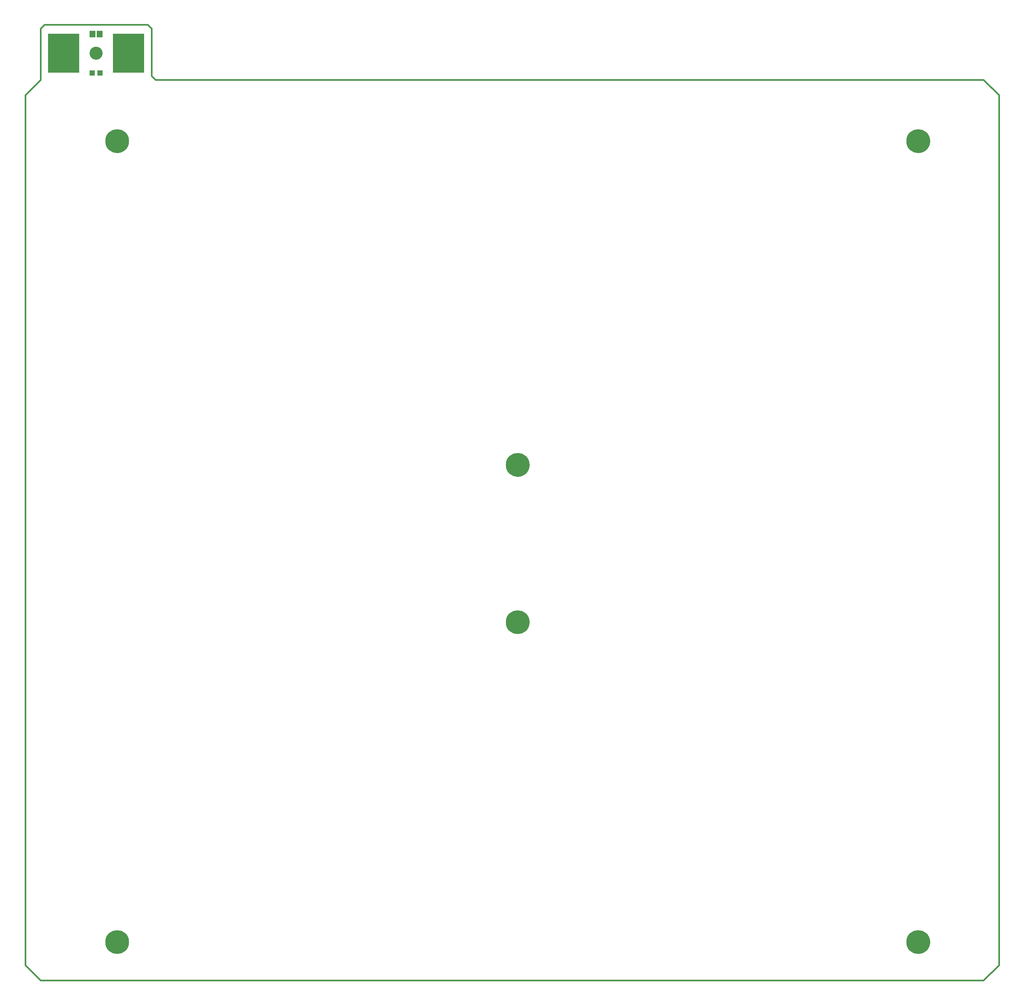
<source format=gts>
G75*
%MOIN*%
%OFA0B0*%
%FSLAX25Y25*%
%IPPOS*%
%LPD*%
%AMOC8*
5,1,8,0,0,1.08239X$1,22.5*
%
%ADD10C,0.00000*%
%ADD11C,0.13398*%
%ADD12C,0.24422*%
%ADD13C,0.01600*%
%ADD14R,0.05524X0.05524*%
%ADD15R,0.32296X0.40170*%
%ADD16R,0.05918X0.07099*%
D10*
X0003934Y0014445D02*
X0019682Y-0001303D01*
X0988186Y-0001303D01*
X1003934Y0014445D01*
X1003934Y0908146D01*
X0988186Y0923894D01*
X0137792Y0923894D01*
X0133855Y0927831D01*
X0133855Y0976650D01*
X0129918Y0980587D01*
X0023619Y0980587D01*
X0019682Y0976650D01*
X0019682Y0923894D01*
X0003934Y0908146D01*
X0003934Y0014445D01*
X0086611Y0038067D02*
X0086615Y0038357D01*
X0086625Y0038647D01*
X0086643Y0038936D01*
X0086668Y0039225D01*
X0086700Y0039513D01*
X0086739Y0039800D01*
X0086785Y0040086D01*
X0086838Y0040371D01*
X0086898Y0040655D01*
X0086965Y0040937D01*
X0087039Y0041217D01*
X0087120Y0041496D01*
X0087207Y0041772D01*
X0087301Y0042046D01*
X0087402Y0042318D01*
X0087510Y0042587D01*
X0087624Y0042853D01*
X0087745Y0043117D01*
X0087872Y0043377D01*
X0088006Y0043635D01*
X0088145Y0043889D01*
X0088291Y0044139D01*
X0088443Y0044386D01*
X0088602Y0044629D01*
X0088766Y0044868D01*
X0088935Y0045103D01*
X0089111Y0045334D01*
X0089292Y0045560D01*
X0089479Y0045782D01*
X0089671Y0045999D01*
X0089868Y0046211D01*
X0090070Y0046419D01*
X0090278Y0046621D01*
X0090490Y0046818D01*
X0090707Y0047010D01*
X0090929Y0047197D01*
X0091155Y0047378D01*
X0091386Y0047554D01*
X0091621Y0047723D01*
X0091860Y0047887D01*
X0092103Y0048046D01*
X0092350Y0048198D01*
X0092600Y0048344D01*
X0092854Y0048483D01*
X0093112Y0048617D01*
X0093372Y0048744D01*
X0093636Y0048865D01*
X0093902Y0048979D01*
X0094171Y0049087D01*
X0094443Y0049188D01*
X0094717Y0049282D01*
X0094993Y0049369D01*
X0095272Y0049450D01*
X0095552Y0049524D01*
X0095834Y0049591D01*
X0096118Y0049651D01*
X0096403Y0049704D01*
X0096689Y0049750D01*
X0096976Y0049789D01*
X0097264Y0049821D01*
X0097553Y0049846D01*
X0097842Y0049864D01*
X0098132Y0049874D01*
X0098422Y0049878D01*
X0098712Y0049874D01*
X0099002Y0049864D01*
X0099291Y0049846D01*
X0099580Y0049821D01*
X0099868Y0049789D01*
X0100155Y0049750D01*
X0100441Y0049704D01*
X0100726Y0049651D01*
X0101010Y0049591D01*
X0101292Y0049524D01*
X0101572Y0049450D01*
X0101851Y0049369D01*
X0102127Y0049282D01*
X0102401Y0049188D01*
X0102673Y0049087D01*
X0102942Y0048979D01*
X0103208Y0048865D01*
X0103472Y0048744D01*
X0103732Y0048617D01*
X0103990Y0048483D01*
X0104244Y0048344D01*
X0104494Y0048198D01*
X0104741Y0048046D01*
X0104984Y0047887D01*
X0105223Y0047723D01*
X0105458Y0047554D01*
X0105689Y0047378D01*
X0105915Y0047197D01*
X0106137Y0047010D01*
X0106354Y0046818D01*
X0106566Y0046621D01*
X0106774Y0046419D01*
X0106976Y0046211D01*
X0107173Y0045999D01*
X0107365Y0045782D01*
X0107552Y0045560D01*
X0107733Y0045334D01*
X0107909Y0045103D01*
X0108078Y0044868D01*
X0108242Y0044629D01*
X0108401Y0044386D01*
X0108553Y0044139D01*
X0108699Y0043889D01*
X0108838Y0043635D01*
X0108972Y0043377D01*
X0109099Y0043117D01*
X0109220Y0042853D01*
X0109334Y0042587D01*
X0109442Y0042318D01*
X0109543Y0042046D01*
X0109637Y0041772D01*
X0109724Y0041496D01*
X0109805Y0041217D01*
X0109879Y0040937D01*
X0109946Y0040655D01*
X0110006Y0040371D01*
X0110059Y0040086D01*
X0110105Y0039800D01*
X0110144Y0039513D01*
X0110176Y0039225D01*
X0110201Y0038936D01*
X0110219Y0038647D01*
X0110229Y0038357D01*
X0110233Y0038067D01*
X0110229Y0037777D01*
X0110219Y0037487D01*
X0110201Y0037198D01*
X0110176Y0036909D01*
X0110144Y0036621D01*
X0110105Y0036334D01*
X0110059Y0036048D01*
X0110006Y0035763D01*
X0109946Y0035479D01*
X0109879Y0035197D01*
X0109805Y0034917D01*
X0109724Y0034638D01*
X0109637Y0034362D01*
X0109543Y0034088D01*
X0109442Y0033816D01*
X0109334Y0033547D01*
X0109220Y0033281D01*
X0109099Y0033017D01*
X0108972Y0032757D01*
X0108838Y0032499D01*
X0108699Y0032245D01*
X0108553Y0031995D01*
X0108401Y0031748D01*
X0108242Y0031505D01*
X0108078Y0031266D01*
X0107909Y0031031D01*
X0107733Y0030800D01*
X0107552Y0030574D01*
X0107365Y0030352D01*
X0107173Y0030135D01*
X0106976Y0029923D01*
X0106774Y0029715D01*
X0106566Y0029513D01*
X0106354Y0029316D01*
X0106137Y0029124D01*
X0105915Y0028937D01*
X0105689Y0028756D01*
X0105458Y0028580D01*
X0105223Y0028411D01*
X0104984Y0028247D01*
X0104741Y0028088D01*
X0104494Y0027936D01*
X0104244Y0027790D01*
X0103990Y0027651D01*
X0103732Y0027517D01*
X0103472Y0027390D01*
X0103208Y0027269D01*
X0102942Y0027155D01*
X0102673Y0027047D01*
X0102401Y0026946D01*
X0102127Y0026852D01*
X0101851Y0026765D01*
X0101572Y0026684D01*
X0101292Y0026610D01*
X0101010Y0026543D01*
X0100726Y0026483D01*
X0100441Y0026430D01*
X0100155Y0026384D01*
X0099868Y0026345D01*
X0099580Y0026313D01*
X0099291Y0026288D01*
X0099002Y0026270D01*
X0098712Y0026260D01*
X0098422Y0026256D01*
X0098132Y0026260D01*
X0097842Y0026270D01*
X0097553Y0026288D01*
X0097264Y0026313D01*
X0096976Y0026345D01*
X0096689Y0026384D01*
X0096403Y0026430D01*
X0096118Y0026483D01*
X0095834Y0026543D01*
X0095552Y0026610D01*
X0095272Y0026684D01*
X0094993Y0026765D01*
X0094717Y0026852D01*
X0094443Y0026946D01*
X0094171Y0027047D01*
X0093902Y0027155D01*
X0093636Y0027269D01*
X0093372Y0027390D01*
X0093112Y0027517D01*
X0092854Y0027651D01*
X0092600Y0027790D01*
X0092350Y0027936D01*
X0092103Y0028088D01*
X0091860Y0028247D01*
X0091621Y0028411D01*
X0091386Y0028580D01*
X0091155Y0028756D01*
X0090929Y0028937D01*
X0090707Y0029124D01*
X0090490Y0029316D01*
X0090278Y0029513D01*
X0090070Y0029715D01*
X0089868Y0029923D01*
X0089671Y0030135D01*
X0089479Y0030352D01*
X0089292Y0030574D01*
X0089111Y0030800D01*
X0088935Y0031031D01*
X0088766Y0031266D01*
X0088602Y0031505D01*
X0088443Y0031748D01*
X0088291Y0031995D01*
X0088145Y0032245D01*
X0088006Y0032499D01*
X0087872Y0032757D01*
X0087745Y0033017D01*
X0087624Y0033281D01*
X0087510Y0033547D01*
X0087402Y0033816D01*
X0087301Y0034088D01*
X0087207Y0034362D01*
X0087120Y0034638D01*
X0087039Y0034917D01*
X0086965Y0035197D01*
X0086898Y0035479D01*
X0086838Y0035763D01*
X0086785Y0036048D01*
X0086739Y0036334D01*
X0086700Y0036621D01*
X0086668Y0036909D01*
X0086643Y0037198D01*
X0086625Y0037487D01*
X0086615Y0037777D01*
X0086611Y0038067D01*
X0092123Y0038067D02*
X0092125Y0038225D01*
X0092131Y0038383D01*
X0092141Y0038541D01*
X0092155Y0038699D01*
X0092173Y0038856D01*
X0092194Y0039013D01*
X0092220Y0039169D01*
X0092250Y0039325D01*
X0092283Y0039480D01*
X0092321Y0039633D01*
X0092362Y0039786D01*
X0092407Y0039938D01*
X0092456Y0040089D01*
X0092509Y0040238D01*
X0092565Y0040386D01*
X0092625Y0040532D01*
X0092689Y0040677D01*
X0092757Y0040820D01*
X0092828Y0040962D01*
X0092902Y0041102D01*
X0092980Y0041239D01*
X0093062Y0041375D01*
X0093146Y0041509D01*
X0093235Y0041640D01*
X0093326Y0041769D01*
X0093421Y0041896D01*
X0093518Y0042021D01*
X0093619Y0042143D01*
X0093723Y0042262D01*
X0093830Y0042379D01*
X0093940Y0042493D01*
X0094053Y0042604D01*
X0094168Y0042713D01*
X0094286Y0042818D01*
X0094407Y0042920D01*
X0094530Y0043020D01*
X0094656Y0043116D01*
X0094784Y0043209D01*
X0094914Y0043299D01*
X0095047Y0043385D01*
X0095182Y0043469D01*
X0095318Y0043548D01*
X0095457Y0043625D01*
X0095598Y0043697D01*
X0095740Y0043767D01*
X0095884Y0043832D01*
X0096030Y0043894D01*
X0096177Y0043952D01*
X0096326Y0044007D01*
X0096476Y0044058D01*
X0096627Y0044105D01*
X0096779Y0044148D01*
X0096932Y0044187D01*
X0097087Y0044223D01*
X0097242Y0044254D01*
X0097398Y0044282D01*
X0097554Y0044306D01*
X0097711Y0044326D01*
X0097869Y0044342D01*
X0098026Y0044354D01*
X0098185Y0044362D01*
X0098343Y0044366D01*
X0098501Y0044366D01*
X0098659Y0044362D01*
X0098818Y0044354D01*
X0098975Y0044342D01*
X0099133Y0044326D01*
X0099290Y0044306D01*
X0099446Y0044282D01*
X0099602Y0044254D01*
X0099757Y0044223D01*
X0099912Y0044187D01*
X0100065Y0044148D01*
X0100217Y0044105D01*
X0100368Y0044058D01*
X0100518Y0044007D01*
X0100667Y0043952D01*
X0100814Y0043894D01*
X0100960Y0043832D01*
X0101104Y0043767D01*
X0101246Y0043697D01*
X0101387Y0043625D01*
X0101526Y0043548D01*
X0101662Y0043469D01*
X0101797Y0043385D01*
X0101930Y0043299D01*
X0102060Y0043209D01*
X0102188Y0043116D01*
X0102314Y0043020D01*
X0102437Y0042920D01*
X0102558Y0042818D01*
X0102676Y0042713D01*
X0102791Y0042604D01*
X0102904Y0042493D01*
X0103014Y0042379D01*
X0103121Y0042262D01*
X0103225Y0042143D01*
X0103326Y0042021D01*
X0103423Y0041896D01*
X0103518Y0041769D01*
X0103609Y0041640D01*
X0103698Y0041509D01*
X0103782Y0041375D01*
X0103864Y0041239D01*
X0103942Y0041102D01*
X0104016Y0040962D01*
X0104087Y0040820D01*
X0104155Y0040677D01*
X0104219Y0040532D01*
X0104279Y0040386D01*
X0104335Y0040238D01*
X0104388Y0040089D01*
X0104437Y0039938D01*
X0104482Y0039786D01*
X0104523Y0039633D01*
X0104561Y0039480D01*
X0104594Y0039325D01*
X0104624Y0039169D01*
X0104650Y0039013D01*
X0104671Y0038856D01*
X0104689Y0038699D01*
X0104703Y0038541D01*
X0104713Y0038383D01*
X0104719Y0038225D01*
X0104721Y0038067D01*
X0104719Y0037909D01*
X0104713Y0037751D01*
X0104703Y0037593D01*
X0104689Y0037435D01*
X0104671Y0037278D01*
X0104650Y0037121D01*
X0104624Y0036965D01*
X0104594Y0036809D01*
X0104561Y0036654D01*
X0104523Y0036501D01*
X0104482Y0036348D01*
X0104437Y0036196D01*
X0104388Y0036045D01*
X0104335Y0035896D01*
X0104279Y0035748D01*
X0104219Y0035602D01*
X0104155Y0035457D01*
X0104087Y0035314D01*
X0104016Y0035172D01*
X0103942Y0035032D01*
X0103864Y0034895D01*
X0103782Y0034759D01*
X0103698Y0034625D01*
X0103609Y0034494D01*
X0103518Y0034365D01*
X0103423Y0034238D01*
X0103326Y0034113D01*
X0103225Y0033991D01*
X0103121Y0033872D01*
X0103014Y0033755D01*
X0102904Y0033641D01*
X0102791Y0033530D01*
X0102676Y0033421D01*
X0102558Y0033316D01*
X0102437Y0033214D01*
X0102314Y0033114D01*
X0102188Y0033018D01*
X0102060Y0032925D01*
X0101930Y0032835D01*
X0101797Y0032749D01*
X0101662Y0032665D01*
X0101526Y0032586D01*
X0101387Y0032509D01*
X0101246Y0032437D01*
X0101104Y0032367D01*
X0100960Y0032302D01*
X0100814Y0032240D01*
X0100667Y0032182D01*
X0100518Y0032127D01*
X0100368Y0032076D01*
X0100217Y0032029D01*
X0100065Y0031986D01*
X0099912Y0031947D01*
X0099757Y0031911D01*
X0099602Y0031880D01*
X0099446Y0031852D01*
X0099290Y0031828D01*
X0099133Y0031808D01*
X0098975Y0031792D01*
X0098818Y0031780D01*
X0098659Y0031772D01*
X0098501Y0031768D01*
X0098343Y0031768D01*
X0098185Y0031772D01*
X0098026Y0031780D01*
X0097869Y0031792D01*
X0097711Y0031808D01*
X0097554Y0031828D01*
X0097398Y0031852D01*
X0097242Y0031880D01*
X0097087Y0031911D01*
X0096932Y0031947D01*
X0096779Y0031986D01*
X0096627Y0032029D01*
X0096476Y0032076D01*
X0096326Y0032127D01*
X0096177Y0032182D01*
X0096030Y0032240D01*
X0095884Y0032302D01*
X0095740Y0032367D01*
X0095598Y0032437D01*
X0095457Y0032509D01*
X0095318Y0032586D01*
X0095182Y0032665D01*
X0095047Y0032749D01*
X0094914Y0032835D01*
X0094784Y0032925D01*
X0094656Y0033018D01*
X0094530Y0033114D01*
X0094407Y0033214D01*
X0094286Y0033316D01*
X0094168Y0033421D01*
X0094053Y0033530D01*
X0093940Y0033641D01*
X0093830Y0033755D01*
X0093723Y0033872D01*
X0093619Y0033991D01*
X0093518Y0034113D01*
X0093421Y0034238D01*
X0093326Y0034365D01*
X0093235Y0034494D01*
X0093146Y0034625D01*
X0093062Y0034759D01*
X0092980Y0034895D01*
X0092902Y0035032D01*
X0092828Y0035172D01*
X0092757Y0035314D01*
X0092689Y0035457D01*
X0092625Y0035602D01*
X0092565Y0035748D01*
X0092509Y0035896D01*
X0092456Y0036045D01*
X0092407Y0036196D01*
X0092362Y0036348D01*
X0092321Y0036501D01*
X0092283Y0036654D01*
X0092250Y0036809D01*
X0092220Y0036965D01*
X0092194Y0037121D01*
X0092173Y0037278D01*
X0092155Y0037435D01*
X0092141Y0037593D01*
X0092131Y0037751D01*
X0092125Y0037909D01*
X0092123Y0038067D01*
X0498028Y0366807D02*
X0498032Y0367097D01*
X0498042Y0367387D01*
X0498060Y0367676D01*
X0498085Y0367965D01*
X0498117Y0368253D01*
X0498156Y0368540D01*
X0498202Y0368826D01*
X0498255Y0369111D01*
X0498315Y0369395D01*
X0498382Y0369677D01*
X0498456Y0369957D01*
X0498537Y0370236D01*
X0498624Y0370512D01*
X0498718Y0370786D01*
X0498819Y0371058D01*
X0498927Y0371327D01*
X0499041Y0371593D01*
X0499162Y0371857D01*
X0499289Y0372117D01*
X0499423Y0372375D01*
X0499562Y0372629D01*
X0499708Y0372879D01*
X0499860Y0373126D01*
X0500019Y0373369D01*
X0500183Y0373608D01*
X0500352Y0373843D01*
X0500528Y0374074D01*
X0500709Y0374300D01*
X0500896Y0374522D01*
X0501088Y0374739D01*
X0501285Y0374951D01*
X0501487Y0375159D01*
X0501695Y0375361D01*
X0501907Y0375558D01*
X0502124Y0375750D01*
X0502346Y0375937D01*
X0502572Y0376118D01*
X0502803Y0376294D01*
X0503038Y0376463D01*
X0503277Y0376627D01*
X0503520Y0376786D01*
X0503767Y0376938D01*
X0504017Y0377084D01*
X0504271Y0377223D01*
X0504529Y0377357D01*
X0504789Y0377484D01*
X0505053Y0377605D01*
X0505319Y0377719D01*
X0505588Y0377827D01*
X0505860Y0377928D01*
X0506134Y0378022D01*
X0506410Y0378109D01*
X0506689Y0378190D01*
X0506969Y0378264D01*
X0507251Y0378331D01*
X0507535Y0378391D01*
X0507820Y0378444D01*
X0508106Y0378490D01*
X0508393Y0378529D01*
X0508681Y0378561D01*
X0508970Y0378586D01*
X0509259Y0378604D01*
X0509549Y0378614D01*
X0509839Y0378618D01*
X0510129Y0378614D01*
X0510419Y0378604D01*
X0510708Y0378586D01*
X0510997Y0378561D01*
X0511285Y0378529D01*
X0511572Y0378490D01*
X0511858Y0378444D01*
X0512143Y0378391D01*
X0512427Y0378331D01*
X0512709Y0378264D01*
X0512989Y0378190D01*
X0513268Y0378109D01*
X0513544Y0378022D01*
X0513818Y0377928D01*
X0514090Y0377827D01*
X0514359Y0377719D01*
X0514625Y0377605D01*
X0514889Y0377484D01*
X0515149Y0377357D01*
X0515407Y0377223D01*
X0515661Y0377084D01*
X0515911Y0376938D01*
X0516158Y0376786D01*
X0516401Y0376627D01*
X0516640Y0376463D01*
X0516875Y0376294D01*
X0517106Y0376118D01*
X0517332Y0375937D01*
X0517554Y0375750D01*
X0517771Y0375558D01*
X0517983Y0375361D01*
X0518191Y0375159D01*
X0518393Y0374951D01*
X0518590Y0374739D01*
X0518782Y0374522D01*
X0518969Y0374300D01*
X0519150Y0374074D01*
X0519326Y0373843D01*
X0519495Y0373608D01*
X0519659Y0373369D01*
X0519818Y0373126D01*
X0519970Y0372879D01*
X0520116Y0372629D01*
X0520255Y0372375D01*
X0520389Y0372117D01*
X0520516Y0371857D01*
X0520637Y0371593D01*
X0520751Y0371327D01*
X0520859Y0371058D01*
X0520960Y0370786D01*
X0521054Y0370512D01*
X0521141Y0370236D01*
X0521222Y0369957D01*
X0521296Y0369677D01*
X0521363Y0369395D01*
X0521423Y0369111D01*
X0521476Y0368826D01*
X0521522Y0368540D01*
X0521561Y0368253D01*
X0521593Y0367965D01*
X0521618Y0367676D01*
X0521636Y0367387D01*
X0521646Y0367097D01*
X0521650Y0366807D01*
X0521646Y0366517D01*
X0521636Y0366227D01*
X0521618Y0365938D01*
X0521593Y0365649D01*
X0521561Y0365361D01*
X0521522Y0365074D01*
X0521476Y0364788D01*
X0521423Y0364503D01*
X0521363Y0364219D01*
X0521296Y0363937D01*
X0521222Y0363657D01*
X0521141Y0363378D01*
X0521054Y0363102D01*
X0520960Y0362828D01*
X0520859Y0362556D01*
X0520751Y0362287D01*
X0520637Y0362021D01*
X0520516Y0361757D01*
X0520389Y0361497D01*
X0520255Y0361239D01*
X0520116Y0360985D01*
X0519970Y0360735D01*
X0519818Y0360488D01*
X0519659Y0360245D01*
X0519495Y0360006D01*
X0519326Y0359771D01*
X0519150Y0359540D01*
X0518969Y0359314D01*
X0518782Y0359092D01*
X0518590Y0358875D01*
X0518393Y0358663D01*
X0518191Y0358455D01*
X0517983Y0358253D01*
X0517771Y0358056D01*
X0517554Y0357864D01*
X0517332Y0357677D01*
X0517106Y0357496D01*
X0516875Y0357320D01*
X0516640Y0357151D01*
X0516401Y0356987D01*
X0516158Y0356828D01*
X0515911Y0356676D01*
X0515661Y0356530D01*
X0515407Y0356391D01*
X0515149Y0356257D01*
X0514889Y0356130D01*
X0514625Y0356009D01*
X0514359Y0355895D01*
X0514090Y0355787D01*
X0513818Y0355686D01*
X0513544Y0355592D01*
X0513268Y0355505D01*
X0512989Y0355424D01*
X0512709Y0355350D01*
X0512427Y0355283D01*
X0512143Y0355223D01*
X0511858Y0355170D01*
X0511572Y0355124D01*
X0511285Y0355085D01*
X0510997Y0355053D01*
X0510708Y0355028D01*
X0510419Y0355010D01*
X0510129Y0355000D01*
X0509839Y0354996D01*
X0509549Y0355000D01*
X0509259Y0355010D01*
X0508970Y0355028D01*
X0508681Y0355053D01*
X0508393Y0355085D01*
X0508106Y0355124D01*
X0507820Y0355170D01*
X0507535Y0355223D01*
X0507251Y0355283D01*
X0506969Y0355350D01*
X0506689Y0355424D01*
X0506410Y0355505D01*
X0506134Y0355592D01*
X0505860Y0355686D01*
X0505588Y0355787D01*
X0505319Y0355895D01*
X0505053Y0356009D01*
X0504789Y0356130D01*
X0504529Y0356257D01*
X0504271Y0356391D01*
X0504017Y0356530D01*
X0503767Y0356676D01*
X0503520Y0356828D01*
X0503277Y0356987D01*
X0503038Y0357151D01*
X0502803Y0357320D01*
X0502572Y0357496D01*
X0502346Y0357677D01*
X0502124Y0357864D01*
X0501907Y0358056D01*
X0501695Y0358253D01*
X0501487Y0358455D01*
X0501285Y0358663D01*
X0501088Y0358875D01*
X0500896Y0359092D01*
X0500709Y0359314D01*
X0500528Y0359540D01*
X0500352Y0359771D01*
X0500183Y0360006D01*
X0500019Y0360245D01*
X0499860Y0360488D01*
X0499708Y0360735D01*
X0499562Y0360985D01*
X0499423Y0361239D01*
X0499289Y0361497D01*
X0499162Y0361757D01*
X0499041Y0362021D01*
X0498927Y0362287D01*
X0498819Y0362556D01*
X0498718Y0362828D01*
X0498624Y0363102D01*
X0498537Y0363378D01*
X0498456Y0363657D01*
X0498382Y0363937D01*
X0498315Y0364219D01*
X0498255Y0364503D01*
X0498202Y0364788D01*
X0498156Y0365074D01*
X0498117Y0365361D01*
X0498085Y0365649D01*
X0498060Y0365938D01*
X0498042Y0366227D01*
X0498032Y0366517D01*
X0498028Y0366807D01*
X0498028Y0528224D02*
X0498032Y0528514D01*
X0498042Y0528804D01*
X0498060Y0529093D01*
X0498085Y0529382D01*
X0498117Y0529670D01*
X0498156Y0529957D01*
X0498202Y0530243D01*
X0498255Y0530528D01*
X0498315Y0530812D01*
X0498382Y0531094D01*
X0498456Y0531374D01*
X0498537Y0531653D01*
X0498624Y0531929D01*
X0498718Y0532203D01*
X0498819Y0532475D01*
X0498927Y0532744D01*
X0499041Y0533010D01*
X0499162Y0533274D01*
X0499289Y0533534D01*
X0499423Y0533792D01*
X0499562Y0534046D01*
X0499708Y0534296D01*
X0499860Y0534543D01*
X0500019Y0534786D01*
X0500183Y0535025D01*
X0500352Y0535260D01*
X0500528Y0535491D01*
X0500709Y0535717D01*
X0500896Y0535939D01*
X0501088Y0536156D01*
X0501285Y0536368D01*
X0501487Y0536576D01*
X0501695Y0536778D01*
X0501907Y0536975D01*
X0502124Y0537167D01*
X0502346Y0537354D01*
X0502572Y0537535D01*
X0502803Y0537711D01*
X0503038Y0537880D01*
X0503277Y0538044D01*
X0503520Y0538203D01*
X0503767Y0538355D01*
X0504017Y0538501D01*
X0504271Y0538640D01*
X0504529Y0538774D01*
X0504789Y0538901D01*
X0505053Y0539022D01*
X0505319Y0539136D01*
X0505588Y0539244D01*
X0505860Y0539345D01*
X0506134Y0539439D01*
X0506410Y0539526D01*
X0506689Y0539607D01*
X0506969Y0539681D01*
X0507251Y0539748D01*
X0507535Y0539808D01*
X0507820Y0539861D01*
X0508106Y0539907D01*
X0508393Y0539946D01*
X0508681Y0539978D01*
X0508970Y0540003D01*
X0509259Y0540021D01*
X0509549Y0540031D01*
X0509839Y0540035D01*
X0510129Y0540031D01*
X0510419Y0540021D01*
X0510708Y0540003D01*
X0510997Y0539978D01*
X0511285Y0539946D01*
X0511572Y0539907D01*
X0511858Y0539861D01*
X0512143Y0539808D01*
X0512427Y0539748D01*
X0512709Y0539681D01*
X0512989Y0539607D01*
X0513268Y0539526D01*
X0513544Y0539439D01*
X0513818Y0539345D01*
X0514090Y0539244D01*
X0514359Y0539136D01*
X0514625Y0539022D01*
X0514889Y0538901D01*
X0515149Y0538774D01*
X0515407Y0538640D01*
X0515661Y0538501D01*
X0515911Y0538355D01*
X0516158Y0538203D01*
X0516401Y0538044D01*
X0516640Y0537880D01*
X0516875Y0537711D01*
X0517106Y0537535D01*
X0517332Y0537354D01*
X0517554Y0537167D01*
X0517771Y0536975D01*
X0517983Y0536778D01*
X0518191Y0536576D01*
X0518393Y0536368D01*
X0518590Y0536156D01*
X0518782Y0535939D01*
X0518969Y0535717D01*
X0519150Y0535491D01*
X0519326Y0535260D01*
X0519495Y0535025D01*
X0519659Y0534786D01*
X0519818Y0534543D01*
X0519970Y0534296D01*
X0520116Y0534046D01*
X0520255Y0533792D01*
X0520389Y0533534D01*
X0520516Y0533274D01*
X0520637Y0533010D01*
X0520751Y0532744D01*
X0520859Y0532475D01*
X0520960Y0532203D01*
X0521054Y0531929D01*
X0521141Y0531653D01*
X0521222Y0531374D01*
X0521296Y0531094D01*
X0521363Y0530812D01*
X0521423Y0530528D01*
X0521476Y0530243D01*
X0521522Y0529957D01*
X0521561Y0529670D01*
X0521593Y0529382D01*
X0521618Y0529093D01*
X0521636Y0528804D01*
X0521646Y0528514D01*
X0521650Y0528224D01*
X0521646Y0527934D01*
X0521636Y0527644D01*
X0521618Y0527355D01*
X0521593Y0527066D01*
X0521561Y0526778D01*
X0521522Y0526491D01*
X0521476Y0526205D01*
X0521423Y0525920D01*
X0521363Y0525636D01*
X0521296Y0525354D01*
X0521222Y0525074D01*
X0521141Y0524795D01*
X0521054Y0524519D01*
X0520960Y0524245D01*
X0520859Y0523973D01*
X0520751Y0523704D01*
X0520637Y0523438D01*
X0520516Y0523174D01*
X0520389Y0522914D01*
X0520255Y0522656D01*
X0520116Y0522402D01*
X0519970Y0522152D01*
X0519818Y0521905D01*
X0519659Y0521662D01*
X0519495Y0521423D01*
X0519326Y0521188D01*
X0519150Y0520957D01*
X0518969Y0520731D01*
X0518782Y0520509D01*
X0518590Y0520292D01*
X0518393Y0520080D01*
X0518191Y0519872D01*
X0517983Y0519670D01*
X0517771Y0519473D01*
X0517554Y0519281D01*
X0517332Y0519094D01*
X0517106Y0518913D01*
X0516875Y0518737D01*
X0516640Y0518568D01*
X0516401Y0518404D01*
X0516158Y0518245D01*
X0515911Y0518093D01*
X0515661Y0517947D01*
X0515407Y0517808D01*
X0515149Y0517674D01*
X0514889Y0517547D01*
X0514625Y0517426D01*
X0514359Y0517312D01*
X0514090Y0517204D01*
X0513818Y0517103D01*
X0513544Y0517009D01*
X0513268Y0516922D01*
X0512989Y0516841D01*
X0512709Y0516767D01*
X0512427Y0516700D01*
X0512143Y0516640D01*
X0511858Y0516587D01*
X0511572Y0516541D01*
X0511285Y0516502D01*
X0510997Y0516470D01*
X0510708Y0516445D01*
X0510419Y0516427D01*
X0510129Y0516417D01*
X0509839Y0516413D01*
X0509549Y0516417D01*
X0509259Y0516427D01*
X0508970Y0516445D01*
X0508681Y0516470D01*
X0508393Y0516502D01*
X0508106Y0516541D01*
X0507820Y0516587D01*
X0507535Y0516640D01*
X0507251Y0516700D01*
X0506969Y0516767D01*
X0506689Y0516841D01*
X0506410Y0516922D01*
X0506134Y0517009D01*
X0505860Y0517103D01*
X0505588Y0517204D01*
X0505319Y0517312D01*
X0505053Y0517426D01*
X0504789Y0517547D01*
X0504529Y0517674D01*
X0504271Y0517808D01*
X0504017Y0517947D01*
X0503767Y0518093D01*
X0503520Y0518245D01*
X0503277Y0518404D01*
X0503038Y0518568D01*
X0502803Y0518737D01*
X0502572Y0518913D01*
X0502346Y0519094D01*
X0502124Y0519281D01*
X0501907Y0519473D01*
X0501695Y0519670D01*
X0501487Y0519872D01*
X0501285Y0520080D01*
X0501088Y0520292D01*
X0500896Y0520509D01*
X0500709Y0520731D01*
X0500528Y0520957D01*
X0500352Y0521188D01*
X0500183Y0521423D01*
X0500019Y0521662D01*
X0499860Y0521905D01*
X0499708Y0522152D01*
X0499562Y0522402D01*
X0499423Y0522656D01*
X0499289Y0522914D01*
X0499162Y0523174D01*
X0499041Y0523438D01*
X0498927Y0523704D01*
X0498819Y0523973D01*
X0498718Y0524245D01*
X0498624Y0524519D01*
X0498537Y0524795D01*
X0498456Y0525074D01*
X0498382Y0525354D01*
X0498315Y0525636D01*
X0498255Y0525920D01*
X0498202Y0526205D01*
X0498156Y0526491D01*
X0498117Y0526778D01*
X0498085Y0527066D01*
X0498060Y0527355D01*
X0498042Y0527644D01*
X0498032Y0527934D01*
X0498028Y0528224D01*
X0086611Y0860902D02*
X0086615Y0861192D01*
X0086625Y0861482D01*
X0086643Y0861771D01*
X0086668Y0862060D01*
X0086700Y0862348D01*
X0086739Y0862635D01*
X0086785Y0862921D01*
X0086838Y0863206D01*
X0086898Y0863490D01*
X0086965Y0863772D01*
X0087039Y0864052D01*
X0087120Y0864331D01*
X0087207Y0864607D01*
X0087301Y0864881D01*
X0087402Y0865153D01*
X0087510Y0865422D01*
X0087624Y0865688D01*
X0087745Y0865952D01*
X0087872Y0866212D01*
X0088006Y0866470D01*
X0088145Y0866724D01*
X0088291Y0866974D01*
X0088443Y0867221D01*
X0088602Y0867464D01*
X0088766Y0867703D01*
X0088935Y0867938D01*
X0089111Y0868169D01*
X0089292Y0868395D01*
X0089479Y0868617D01*
X0089671Y0868834D01*
X0089868Y0869046D01*
X0090070Y0869254D01*
X0090278Y0869456D01*
X0090490Y0869653D01*
X0090707Y0869845D01*
X0090929Y0870032D01*
X0091155Y0870213D01*
X0091386Y0870389D01*
X0091621Y0870558D01*
X0091860Y0870722D01*
X0092103Y0870881D01*
X0092350Y0871033D01*
X0092600Y0871179D01*
X0092854Y0871318D01*
X0093112Y0871452D01*
X0093372Y0871579D01*
X0093636Y0871700D01*
X0093902Y0871814D01*
X0094171Y0871922D01*
X0094443Y0872023D01*
X0094717Y0872117D01*
X0094993Y0872204D01*
X0095272Y0872285D01*
X0095552Y0872359D01*
X0095834Y0872426D01*
X0096118Y0872486D01*
X0096403Y0872539D01*
X0096689Y0872585D01*
X0096976Y0872624D01*
X0097264Y0872656D01*
X0097553Y0872681D01*
X0097842Y0872699D01*
X0098132Y0872709D01*
X0098422Y0872713D01*
X0098712Y0872709D01*
X0099002Y0872699D01*
X0099291Y0872681D01*
X0099580Y0872656D01*
X0099868Y0872624D01*
X0100155Y0872585D01*
X0100441Y0872539D01*
X0100726Y0872486D01*
X0101010Y0872426D01*
X0101292Y0872359D01*
X0101572Y0872285D01*
X0101851Y0872204D01*
X0102127Y0872117D01*
X0102401Y0872023D01*
X0102673Y0871922D01*
X0102942Y0871814D01*
X0103208Y0871700D01*
X0103472Y0871579D01*
X0103732Y0871452D01*
X0103990Y0871318D01*
X0104244Y0871179D01*
X0104494Y0871033D01*
X0104741Y0870881D01*
X0104984Y0870722D01*
X0105223Y0870558D01*
X0105458Y0870389D01*
X0105689Y0870213D01*
X0105915Y0870032D01*
X0106137Y0869845D01*
X0106354Y0869653D01*
X0106566Y0869456D01*
X0106774Y0869254D01*
X0106976Y0869046D01*
X0107173Y0868834D01*
X0107365Y0868617D01*
X0107552Y0868395D01*
X0107733Y0868169D01*
X0107909Y0867938D01*
X0108078Y0867703D01*
X0108242Y0867464D01*
X0108401Y0867221D01*
X0108553Y0866974D01*
X0108699Y0866724D01*
X0108838Y0866470D01*
X0108972Y0866212D01*
X0109099Y0865952D01*
X0109220Y0865688D01*
X0109334Y0865422D01*
X0109442Y0865153D01*
X0109543Y0864881D01*
X0109637Y0864607D01*
X0109724Y0864331D01*
X0109805Y0864052D01*
X0109879Y0863772D01*
X0109946Y0863490D01*
X0110006Y0863206D01*
X0110059Y0862921D01*
X0110105Y0862635D01*
X0110144Y0862348D01*
X0110176Y0862060D01*
X0110201Y0861771D01*
X0110219Y0861482D01*
X0110229Y0861192D01*
X0110233Y0860902D01*
X0110229Y0860612D01*
X0110219Y0860322D01*
X0110201Y0860033D01*
X0110176Y0859744D01*
X0110144Y0859456D01*
X0110105Y0859169D01*
X0110059Y0858883D01*
X0110006Y0858598D01*
X0109946Y0858314D01*
X0109879Y0858032D01*
X0109805Y0857752D01*
X0109724Y0857473D01*
X0109637Y0857197D01*
X0109543Y0856923D01*
X0109442Y0856651D01*
X0109334Y0856382D01*
X0109220Y0856116D01*
X0109099Y0855852D01*
X0108972Y0855592D01*
X0108838Y0855334D01*
X0108699Y0855080D01*
X0108553Y0854830D01*
X0108401Y0854583D01*
X0108242Y0854340D01*
X0108078Y0854101D01*
X0107909Y0853866D01*
X0107733Y0853635D01*
X0107552Y0853409D01*
X0107365Y0853187D01*
X0107173Y0852970D01*
X0106976Y0852758D01*
X0106774Y0852550D01*
X0106566Y0852348D01*
X0106354Y0852151D01*
X0106137Y0851959D01*
X0105915Y0851772D01*
X0105689Y0851591D01*
X0105458Y0851415D01*
X0105223Y0851246D01*
X0104984Y0851082D01*
X0104741Y0850923D01*
X0104494Y0850771D01*
X0104244Y0850625D01*
X0103990Y0850486D01*
X0103732Y0850352D01*
X0103472Y0850225D01*
X0103208Y0850104D01*
X0102942Y0849990D01*
X0102673Y0849882D01*
X0102401Y0849781D01*
X0102127Y0849687D01*
X0101851Y0849600D01*
X0101572Y0849519D01*
X0101292Y0849445D01*
X0101010Y0849378D01*
X0100726Y0849318D01*
X0100441Y0849265D01*
X0100155Y0849219D01*
X0099868Y0849180D01*
X0099580Y0849148D01*
X0099291Y0849123D01*
X0099002Y0849105D01*
X0098712Y0849095D01*
X0098422Y0849091D01*
X0098132Y0849095D01*
X0097842Y0849105D01*
X0097553Y0849123D01*
X0097264Y0849148D01*
X0096976Y0849180D01*
X0096689Y0849219D01*
X0096403Y0849265D01*
X0096118Y0849318D01*
X0095834Y0849378D01*
X0095552Y0849445D01*
X0095272Y0849519D01*
X0094993Y0849600D01*
X0094717Y0849687D01*
X0094443Y0849781D01*
X0094171Y0849882D01*
X0093902Y0849990D01*
X0093636Y0850104D01*
X0093372Y0850225D01*
X0093112Y0850352D01*
X0092854Y0850486D01*
X0092600Y0850625D01*
X0092350Y0850771D01*
X0092103Y0850923D01*
X0091860Y0851082D01*
X0091621Y0851246D01*
X0091386Y0851415D01*
X0091155Y0851591D01*
X0090929Y0851772D01*
X0090707Y0851959D01*
X0090490Y0852151D01*
X0090278Y0852348D01*
X0090070Y0852550D01*
X0089868Y0852758D01*
X0089671Y0852970D01*
X0089479Y0853187D01*
X0089292Y0853409D01*
X0089111Y0853635D01*
X0088935Y0853866D01*
X0088766Y0854101D01*
X0088602Y0854340D01*
X0088443Y0854583D01*
X0088291Y0854830D01*
X0088145Y0855080D01*
X0088006Y0855334D01*
X0087872Y0855592D01*
X0087745Y0855852D01*
X0087624Y0856116D01*
X0087510Y0856382D01*
X0087402Y0856651D01*
X0087301Y0856923D01*
X0087207Y0857197D01*
X0087120Y0857473D01*
X0087039Y0857752D01*
X0086965Y0858032D01*
X0086898Y0858314D01*
X0086838Y0858598D01*
X0086785Y0858883D01*
X0086739Y0859169D01*
X0086700Y0859456D01*
X0086668Y0859744D01*
X0086643Y0860033D01*
X0086625Y0860322D01*
X0086615Y0860612D01*
X0086611Y0860902D01*
X0092123Y0860902D02*
X0092125Y0861060D01*
X0092131Y0861218D01*
X0092141Y0861376D01*
X0092155Y0861534D01*
X0092173Y0861691D01*
X0092194Y0861848D01*
X0092220Y0862004D01*
X0092250Y0862160D01*
X0092283Y0862315D01*
X0092321Y0862468D01*
X0092362Y0862621D01*
X0092407Y0862773D01*
X0092456Y0862924D01*
X0092509Y0863073D01*
X0092565Y0863221D01*
X0092625Y0863367D01*
X0092689Y0863512D01*
X0092757Y0863655D01*
X0092828Y0863797D01*
X0092902Y0863937D01*
X0092980Y0864074D01*
X0093062Y0864210D01*
X0093146Y0864344D01*
X0093235Y0864475D01*
X0093326Y0864604D01*
X0093421Y0864731D01*
X0093518Y0864856D01*
X0093619Y0864978D01*
X0093723Y0865097D01*
X0093830Y0865214D01*
X0093940Y0865328D01*
X0094053Y0865439D01*
X0094168Y0865548D01*
X0094286Y0865653D01*
X0094407Y0865755D01*
X0094530Y0865855D01*
X0094656Y0865951D01*
X0094784Y0866044D01*
X0094914Y0866134D01*
X0095047Y0866220D01*
X0095182Y0866304D01*
X0095318Y0866383D01*
X0095457Y0866460D01*
X0095598Y0866532D01*
X0095740Y0866602D01*
X0095884Y0866667D01*
X0096030Y0866729D01*
X0096177Y0866787D01*
X0096326Y0866842D01*
X0096476Y0866893D01*
X0096627Y0866940D01*
X0096779Y0866983D01*
X0096932Y0867022D01*
X0097087Y0867058D01*
X0097242Y0867089D01*
X0097398Y0867117D01*
X0097554Y0867141D01*
X0097711Y0867161D01*
X0097869Y0867177D01*
X0098026Y0867189D01*
X0098185Y0867197D01*
X0098343Y0867201D01*
X0098501Y0867201D01*
X0098659Y0867197D01*
X0098818Y0867189D01*
X0098975Y0867177D01*
X0099133Y0867161D01*
X0099290Y0867141D01*
X0099446Y0867117D01*
X0099602Y0867089D01*
X0099757Y0867058D01*
X0099912Y0867022D01*
X0100065Y0866983D01*
X0100217Y0866940D01*
X0100368Y0866893D01*
X0100518Y0866842D01*
X0100667Y0866787D01*
X0100814Y0866729D01*
X0100960Y0866667D01*
X0101104Y0866602D01*
X0101246Y0866532D01*
X0101387Y0866460D01*
X0101526Y0866383D01*
X0101662Y0866304D01*
X0101797Y0866220D01*
X0101930Y0866134D01*
X0102060Y0866044D01*
X0102188Y0865951D01*
X0102314Y0865855D01*
X0102437Y0865755D01*
X0102558Y0865653D01*
X0102676Y0865548D01*
X0102791Y0865439D01*
X0102904Y0865328D01*
X0103014Y0865214D01*
X0103121Y0865097D01*
X0103225Y0864978D01*
X0103326Y0864856D01*
X0103423Y0864731D01*
X0103518Y0864604D01*
X0103609Y0864475D01*
X0103698Y0864344D01*
X0103782Y0864210D01*
X0103864Y0864074D01*
X0103942Y0863937D01*
X0104016Y0863797D01*
X0104087Y0863655D01*
X0104155Y0863512D01*
X0104219Y0863367D01*
X0104279Y0863221D01*
X0104335Y0863073D01*
X0104388Y0862924D01*
X0104437Y0862773D01*
X0104482Y0862621D01*
X0104523Y0862468D01*
X0104561Y0862315D01*
X0104594Y0862160D01*
X0104624Y0862004D01*
X0104650Y0861848D01*
X0104671Y0861691D01*
X0104689Y0861534D01*
X0104703Y0861376D01*
X0104713Y0861218D01*
X0104719Y0861060D01*
X0104721Y0860902D01*
X0104719Y0860744D01*
X0104713Y0860586D01*
X0104703Y0860428D01*
X0104689Y0860270D01*
X0104671Y0860113D01*
X0104650Y0859956D01*
X0104624Y0859800D01*
X0104594Y0859644D01*
X0104561Y0859489D01*
X0104523Y0859336D01*
X0104482Y0859183D01*
X0104437Y0859031D01*
X0104388Y0858880D01*
X0104335Y0858731D01*
X0104279Y0858583D01*
X0104219Y0858437D01*
X0104155Y0858292D01*
X0104087Y0858149D01*
X0104016Y0858007D01*
X0103942Y0857867D01*
X0103864Y0857730D01*
X0103782Y0857594D01*
X0103698Y0857460D01*
X0103609Y0857329D01*
X0103518Y0857200D01*
X0103423Y0857073D01*
X0103326Y0856948D01*
X0103225Y0856826D01*
X0103121Y0856707D01*
X0103014Y0856590D01*
X0102904Y0856476D01*
X0102791Y0856365D01*
X0102676Y0856256D01*
X0102558Y0856151D01*
X0102437Y0856049D01*
X0102314Y0855949D01*
X0102188Y0855853D01*
X0102060Y0855760D01*
X0101930Y0855670D01*
X0101797Y0855584D01*
X0101662Y0855500D01*
X0101526Y0855421D01*
X0101387Y0855344D01*
X0101246Y0855272D01*
X0101104Y0855202D01*
X0100960Y0855137D01*
X0100814Y0855075D01*
X0100667Y0855017D01*
X0100518Y0854962D01*
X0100368Y0854911D01*
X0100217Y0854864D01*
X0100065Y0854821D01*
X0099912Y0854782D01*
X0099757Y0854746D01*
X0099602Y0854715D01*
X0099446Y0854687D01*
X0099290Y0854663D01*
X0099133Y0854643D01*
X0098975Y0854627D01*
X0098818Y0854615D01*
X0098659Y0854607D01*
X0098501Y0854603D01*
X0098343Y0854603D01*
X0098185Y0854607D01*
X0098026Y0854615D01*
X0097869Y0854627D01*
X0097711Y0854643D01*
X0097554Y0854663D01*
X0097398Y0854687D01*
X0097242Y0854715D01*
X0097087Y0854746D01*
X0096932Y0854782D01*
X0096779Y0854821D01*
X0096627Y0854864D01*
X0096476Y0854911D01*
X0096326Y0854962D01*
X0096177Y0855017D01*
X0096030Y0855075D01*
X0095884Y0855137D01*
X0095740Y0855202D01*
X0095598Y0855272D01*
X0095457Y0855344D01*
X0095318Y0855421D01*
X0095182Y0855500D01*
X0095047Y0855584D01*
X0094914Y0855670D01*
X0094784Y0855760D01*
X0094656Y0855853D01*
X0094530Y0855949D01*
X0094407Y0856049D01*
X0094286Y0856151D01*
X0094168Y0856256D01*
X0094053Y0856365D01*
X0093940Y0856476D01*
X0093830Y0856590D01*
X0093723Y0856707D01*
X0093619Y0856826D01*
X0093518Y0856948D01*
X0093421Y0857073D01*
X0093326Y0857200D01*
X0093235Y0857329D01*
X0093146Y0857460D01*
X0093062Y0857594D01*
X0092980Y0857730D01*
X0092902Y0857867D01*
X0092828Y0858007D01*
X0092757Y0858149D01*
X0092689Y0858292D01*
X0092625Y0858437D01*
X0092565Y0858583D01*
X0092509Y0858731D01*
X0092456Y0858880D01*
X0092407Y0859031D01*
X0092362Y0859183D01*
X0092321Y0859336D01*
X0092283Y0859489D01*
X0092250Y0859644D01*
X0092220Y0859800D01*
X0092194Y0859956D01*
X0092173Y0860113D01*
X0092155Y0860270D01*
X0092141Y0860428D01*
X0092131Y0860586D01*
X0092125Y0860744D01*
X0092123Y0860902D01*
X0070469Y0951453D02*
X0070471Y0951611D01*
X0070477Y0951769D01*
X0070487Y0951927D01*
X0070501Y0952085D01*
X0070519Y0952242D01*
X0070540Y0952399D01*
X0070566Y0952555D01*
X0070596Y0952711D01*
X0070629Y0952866D01*
X0070667Y0953019D01*
X0070708Y0953172D01*
X0070753Y0953324D01*
X0070802Y0953475D01*
X0070855Y0953624D01*
X0070911Y0953772D01*
X0070971Y0953918D01*
X0071035Y0954063D01*
X0071103Y0954206D01*
X0071174Y0954348D01*
X0071248Y0954488D01*
X0071326Y0954625D01*
X0071408Y0954761D01*
X0071492Y0954895D01*
X0071581Y0955026D01*
X0071672Y0955155D01*
X0071767Y0955282D01*
X0071864Y0955407D01*
X0071965Y0955529D01*
X0072069Y0955648D01*
X0072176Y0955765D01*
X0072286Y0955879D01*
X0072399Y0955990D01*
X0072514Y0956099D01*
X0072632Y0956204D01*
X0072753Y0956306D01*
X0072876Y0956406D01*
X0073002Y0956502D01*
X0073130Y0956595D01*
X0073260Y0956685D01*
X0073393Y0956771D01*
X0073528Y0956855D01*
X0073664Y0956934D01*
X0073803Y0957011D01*
X0073944Y0957083D01*
X0074086Y0957153D01*
X0074230Y0957218D01*
X0074376Y0957280D01*
X0074523Y0957338D01*
X0074672Y0957393D01*
X0074822Y0957444D01*
X0074973Y0957491D01*
X0075125Y0957534D01*
X0075278Y0957573D01*
X0075433Y0957609D01*
X0075588Y0957640D01*
X0075744Y0957668D01*
X0075900Y0957692D01*
X0076057Y0957712D01*
X0076215Y0957728D01*
X0076372Y0957740D01*
X0076531Y0957748D01*
X0076689Y0957752D01*
X0076847Y0957752D01*
X0077005Y0957748D01*
X0077164Y0957740D01*
X0077321Y0957728D01*
X0077479Y0957712D01*
X0077636Y0957692D01*
X0077792Y0957668D01*
X0077948Y0957640D01*
X0078103Y0957609D01*
X0078258Y0957573D01*
X0078411Y0957534D01*
X0078563Y0957491D01*
X0078714Y0957444D01*
X0078864Y0957393D01*
X0079013Y0957338D01*
X0079160Y0957280D01*
X0079306Y0957218D01*
X0079450Y0957153D01*
X0079592Y0957083D01*
X0079733Y0957011D01*
X0079872Y0956934D01*
X0080008Y0956855D01*
X0080143Y0956771D01*
X0080276Y0956685D01*
X0080406Y0956595D01*
X0080534Y0956502D01*
X0080660Y0956406D01*
X0080783Y0956306D01*
X0080904Y0956204D01*
X0081022Y0956099D01*
X0081137Y0955990D01*
X0081250Y0955879D01*
X0081360Y0955765D01*
X0081467Y0955648D01*
X0081571Y0955529D01*
X0081672Y0955407D01*
X0081769Y0955282D01*
X0081864Y0955155D01*
X0081955Y0955026D01*
X0082044Y0954895D01*
X0082128Y0954761D01*
X0082210Y0954625D01*
X0082288Y0954488D01*
X0082362Y0954348D01*
X0082433Y0954206D01*
X0082501Y0954063D01*
X0082565Y0953918D01*
X0082625Y0953772D01*
X0082681Y0953624D01*
X0082734Y0953475D01*
X0082783Y0953324D01*
X0082828Y0953172D01*
X0082869Y0953019D01*
X0082907Y0952866D01*
X0082940Y0952711D01*
X0082970Y0952555D01*
X0082996Y0952399D01*
X0083017Y0952242D01*
X0083035Y0952085D01*
X0083049Y0951927D01*
X0083059Y0951769D01*
X0083065Y0951611D01*
X0083067Y0951453D01*
X0083065Y0951295D01*
X0083059Y0951137D01*
X0083049Y0950979D01*
X0083035Y0950821D01*
X0083017Y0950664D01*
X0082996Y0950507D01*
X0082970Y0950351D01*
X0082940Y0950195D01*
X0082907Y0950040D01*
X0082869Y0949887D01*
X0082828Y0949734D01*
X0082783Y0949582D01*
X0082734Y0949431D01*
X0082681Y0949282D01*
X0082625Y0949134D01*
X0082565Y0948988D01*
X0082501Y0948843D01*
X0082433Y0948700D01*
X0082362Y0948558D01*
X0082288Y0948418D01*
X0082210Y0948281D01*
X0082128Y0948145D01*
X0082044Y0948011D01*
X0081955Y0947880D01*
X0081864Y0947751D01*
X0081769Y0947624D01*
X0081672Y0947499D01*
X0081571Y0947377D01*
X0081467Y0947258D01*
X0081360Y0947141D01*
X0081250Y0947027D01*
X0081137Y0946916D01*
X0081022Y0946807D01*
X0080904Y0946702D01*
X0080783Y0946600D01*
X0080660Y0946500D01*
X0080534Y0946404D01*
X0080406Y0946311D01*
X0080276Y0946221D01*
X0080143Y0946135D01*
X0080008Y0946051D01*
X0079872Y0945972D01*
X0079733Y0945895D01*
X0079592Y0945823D01*
X0079450Y0945753D01*
X0079306Y0945688D01*
X0079160Y0945626D01*
X0079013Y0945568D01*
X0078864Y0945513D01*
X0078714Y0945462D01*
X0078563Y0945415D01*
X0078411Y0945372D01*
X0078258Y0945333D01*
X0078103Y0945297D01*
X0077948Y0945266D01*
X0077792Y0945238D01*
X0077636Y0945214D01*
X0077479Y0945194D01*
X0077321Y0945178D01*
X0077164Y0945166D01*
X0077005Y0945158D01*
X0076847Y0945154D01*
X0076689Y0945154D01*
X0076531Y0945158D01*
X0076372Y0945166D01*
X0076215Y0945178D01*
X0076057Y0945194D01*
X0075900Y0945214D01*
X0075744Y0945238D01*
X0075588Y0945266D01*
X0075433Y0945297D01*
X0075278Y0945333D01*
X0075125Y0945372D01*
X0074973Y0945415D01*
X0074822Y0945462D01*
X0074672Y0945513D01*
X0074523Y0945568D01*
X0074376Y0945626D01*
X0074230Y0945688D01*
X0074086Y0945753D01*
X0073944Y0945823D01*
X0073803Y0945895D01*
X0073664Y0945972D01*
X0073528Y0946051D01*
X0073393Y0946135D01*
X0073260Y0946221D01*
X0073130Y0946311D01*
X0073002Y0946404D01*
X0072876Y0946500D01*
X0072753Y0946600D01*
X0072632Y0946702D01*
X0072514Y0946807D01*
X0072399Y0946916D01*
X0072286Y0947027D01*
X0072176Y0947141D01*
X0072069Y0947258D01*
X0071965Y0947377D01*
X0071864Y0947499D01*
X0071767Y0947624D01*
X0071672Y0947751D01*
X0071581Y0947880D01*
X0071492Y0948011D01*
X0071408Y0948145D01*
X0071326Y0948281D01*
X0071248Y0948418D01*
X0071174Y0948558D01*
X0071103Y0948700D01*
X0071035Y0948843D01*
X0070971Y0948988D01*
X0070911Y0949134D01*
X0070855Y0949282D01*
X0070802Y0949431D01*
X0070753Y0949582D01*
X0070708Y0949734D01*
X0070667Y0949887D01*
X0070629Y0950040D01*
X0070596Y0950195D01*
X0070566Y0950351D01*
X0070540Y0950507D01*
X0070519Y0950664D01*
X0070501Y0950821D01*
X0070487Y0950979D01*
X0070477Y0951137D01*
X0070471Y0951295D01*
X0070469Y0951453D01*
X0909446Y0860902D02*
X0909450Y0861192D01*
X0909460Y0861482D01*
X0909478Y0861771D01*
X0909503Y0862060D01*
X0909535Y0862348D01*
X0909574Y0862635D01*
X0909620Y0862921D01*
X0909673Y0863206D01*
X0909733Y0863490D01*
X0909800Y0863772D01*
X0909874Y0864052D01*
X0909955Y0864331D01*
X0910042Y0864607D01*
X0910136Y0864881D01*
X0910237Y0865153D01*
X0910345Y0865422D01*
X0910459Y0865688D01*
X0910580Y0865952D01*
X0910707Y0866212D01*
X0910841Y0866470D01*
X0910980Y0866724D01*
X0911126Y0866974D01*
X0911278Y0867221D01*
X0911437Y0867464D01*
X0911601Y0867703D01*
X0911770Y0867938D01*
X0911946Y0868169D01*
X0912127Y0868395D01*
X0912314Y0868617D01*
X0912506Y0868834D01*
X0912703Y0869046D01*
X0912905Y0869254D01*
X0913113Y0869456D01*
X0913325Y0869653D01*
X0913542Y0869845D01*
X0913764Y0870032D01*
X0913990Y0870213D01*
X0914221Y0870389D01*
X0914456Y0870558D01*
X0914695Y0870722D01*
X0914938Y0870881D01*
X0915185Y0871033D01*
X0915435Y0871179D01*
X0915689Y0871318D01*
X0915947Y0871452D01*
X0916207Y0871579D01*
X0916471Y0871700D01*
X0916737Y0871814D01*
X0917006Y0871922D01*
X0917278Y0872023D01*
X0917552Y0872117D01*
X0917828Y0872204D01*
X0918107Y0872285D01*
X0918387Y0872359D01*
X0918669Y0872426D01*
X0918953Y0872486D01*
X0919238Y0872539D01*
X0919524Y0872585D01*
X0919811Y0872624D01*
X0920099Y0872656D01*
X0920388Y0872681D01*
X0920677Y0872699D01*
X0920967Y0872709D01*
X0921257Y0872713D01*
X0921547Y0872709D01*
X0921837Y0872699D01*
X0922126Y0872681D01*
X0922415Y0872656D01*
X0922703Y0872624D01*
X0922990Y0872585D01*
X0923276Y0872539D01*
X0923561Y0872486D01*
X0923845Y0872426D01*
X0924127Y0872359D01*
X0924407Y0872285D01*
X0924686Y0872204D01*
X0924962Y0872117D01*
X0925236Y0872023D01*
X0925508Y0871922D01*
X0925777Y0871814D01*
X0926043Y0871700D01*
X0926307Y0871579D01*
X0926567Y0871452D01*
X0926825Y0871318D01*
X0927079Y0871179D01*
X0927329Y0871033D01*
X0927576Y0870881D01*
X0927819Y0870722D01*
X0928058Y0870558D01*
X0928293Y0870389D01*
X0928524Y0870213D01*
X0928750Y0870032D01*
X0928972Y0869845D01*
X0929189Y0869653D01*
X0929401Y0869456D01*
X0929609Y0869254D01*
X0929811Y0869046D01*
X0930008Y0868834D01*
X0930200Y0868617D01*
X0930387Y0868395D01*
X0930568Y0868169D01*
X0930744Y0867938D01*
X0930913Y0867703D01*
X0931077Y0867464D01*
X0931236Y0867221D01*
X0931388Y0866974D01*
X0931534Y0866724D01*
X0931673Y0866470D01*
X0931807Y0866212D01*
X0931934Y0865952D01*
X0932055Y0865688D01*
X0932169Y0865422D01*
X0932277Y0865153D01*
X0932378Y0864881D01*
X0932472Y0864607D01*
X0932559Y0864331D01*
X0932640Y0864052D01*
X0932714Y0863772D01*
X0932781Y0863490D01*
X0932841Y0863206D01*
X0932894Y0862921D01*
X0932940Y0862635D01*
X0932979Y0862348D01*
X0933011Y0862060D01*
X0933036Y0861771D01*
X0933054Y0861482D01*
X0933064Y0861192D01*
X0933068Y0860902D01*
X0933064Y0860612D01*
X0933054Y0860322D01*
X0933036Y0860033D01*
X0933011Y0859744D01*
X0932979Y0859456D01*
X0932940Y0859169D01*
X0932894Y0858883D01*
X0932841Y0858598D01*
X0932781Y0858314D01*
X0932714Y0858032D01*
X0932640Y0857752D01*
X0932559Y0857473D01*
X0932472Y0857197D01*
X0932378Y0856923D01*
X0932277Y0856651D01*
X0932169Y0856382D01*
X0932055Y0856116D01*
X0931934Y0855852D01*
X0931807Y0855592D01*
X0931673Y0855334D01*
X0931534Y0855080D01*
X0931388Y0854830D01*
X0931236Y0854583D01*
X0931077Y0854340D01*
X0930913Y0854101D01*
X0930744Y0853866D01*
X0930568Y0853635D01*
X0930387Y0853409D01*
X0930200Y0853187D01*
X0930008Y0852970D01*
X0929811Y0852758D01*
X0929609Y0852550D01*
X0929401Y0852348D01*
X0929189Y0852151D01*
X0928972Y0851959D01*
X0928750Y0851772D01*
X0928524Y0851591D01*
X0928293Y0851415D01*
X0928058Y0851246D01*
X0927819Y0851082D01*
X0927576Y0850923D01*
X0927329Y0850771D01*
X0927079Y0850625D01*
X0926825Y0850486D01*
X0926567Y0850352D01*
X0926307Y0850225D01*
X0926043Y0850104D01*
X0925777Y0849990D01*
X0925508Y0849882D01*
X0925236Y0849781D01*
X0924962Y0849687D01*
X0924686Y0849600D01*
X0924407Y0849519D01*
X0924127Y0849445D01*
X0923845Y0849378D01*
X0923561Y0849318D01*
X0923276Y0849265D01*
X0922990Y0849219D01*
X0922703Y0849180D01*
X0922415Y0849148D01*
X0922126Y0849123D01*
X0921837Y0849105D01*
X0921547Y0849095D01*
X0921257Y0849091D01*
X0920967Y0849095D01*
X0920677Y0849105D01*
X0920388Y0849123D01*
X0920099Y0849148D01*
X0919811Y0849180D01*
X0919524Y0849219D01*
X0919238Y0849265D01*
X0918953Y0849318D01*
X0918669Y0849378D01*
X0918387Y0849445D01*
X0918107Y0849519D01*
X0917828Y0849600D01*
X0917552Y0849687D01*
X0917278Y0849781D01*
X0917006Y0849882D01*
X0916737Y0849990D01*
X0916471Y0850104D01*
X0916207Y0850225D01*
X0915947Y0850352D01*
X0915689Y0850486D01*
X0915435Y0850625D01*
X0915185Y0850771D01*
X0914938Y0850923D01*
X0914695Y0851082D01*
X0914456Y0851246D01*
X0914221Y0851415D01*
X0913990Y0851591D01*
X0913764Y0851772D01*
X0913542Y0851959D01*
X0913325Y0852151D01*
X0913113Y0852348D01*
X0912905Y0852550D01*
X0912703Y0852758D01*
X0912506Y0852970D01*
X0912314Y0853187D01*
X0912127Y0853409D01*
X0911946Y0853635D01*
X0911770Y0853866D01*
X0911601Y0854101D01*
X0911437Y0854340D01*
X0911278Y0854583D01*
X0911126Y0854830D01*
X0910980Y0855080D01*
X0910841Y0855334D01*
X0910707Y0855592D01*
X0910580Y0855852D01*
X0910459Y0856116D01*
X0910345Y0856382D01*
X0910237Y0856651D01*
X0910136Y0856923D01*
X0910042Y0857197D01*
X0909955Y0857473D01*
X0909874Y0857752D01*
X0909800Y0858032D01*
X0909733Y0858314D01*
X0909673Y0858598D01*
X0909620Y0858883D01*
X0909574Y0859169D01*
X0909535Y0859456D01*
X0909503Y0859744D01*
X0909478Y0860033D01*
X0909460Y0860322D01*
X0909450Y0860612D01*
X0909446Y0860902D01*
X0914958Y0860902D02*
X0914960Y0861060D01*
X0914966Y0861218D01*
X0914976Y0861376D01*
X0914990Y0861534D01*
X0915008Y0861691D01*
X0915029Y0861848D01*
X0915055Y0862004D01*
X0915085Y0862160D01*
X0915118Y0862315D01*
X0915156Y0862468D01*
X0915197Y0862621D01*
X0915242Y0862773D01*
X0915291Y0862924D01*
X0915344Y0863073D01*
X0915400Y0863221D01*
X0915460Y0863367D01*
X0915524Y0863512D01*
X0915592Y0863655D01*
X0915663Y0863797D01*
X0915737Y0863937D01*
X0915815Y0864074D01*
X0915897Y0864210D01*
X0915981Y0864344D01*
X0916070Y0864475D01*
X0916161Y0864604D01*
X0916256Y0864731D01*
X0916353Y0864856D01*
X0916454Y0864978D01*
X0916558Y0865097D01*
X0916665Y0865214D01*
X0916775Y0865328D01*
X0916888Y0865439D01*
X0917003Y0865548D01*
X0917121Y0865653D01*
X0917242Y0865755D01*
X0917365Y0865855D01*
X0917491Y0865951D01*
X0917619Y0866044D01*
X0917749Y0866134D01*
X0917882Y0866220D01*
X0918017Y0866304D01*
X0918153Y0866383D01*
X0918292Y0866460D01*
X0918433Y0866532D01*
X0918575Y0866602D01*
X0918719Y0866667D01*
X0918865Y0866729D01*
X0919012Y0866787D01*
X0919161Y0866842D01*
X0919311Y0866893D01*
X0919462Y0866940D01*
X0919614Y0866983D01*
X0919767Y0867022D01*
X0919922Y0867058D01*
X0920077Y0867089D01*
X0920233Y0867117D01*
X0920389Y0867141D01*
X0920546Y0867161D01*
X0920704Y0867177D01*
X0920861Y0867189D01*
X0921020Y0867197D01*
X0921178Y0867201D01*
X0921336Y0867201D01*
X0921494Y0867197D01*
X0921653Y0867189D01*
X0921810Y0867177D01*
X0921968Y0867161D01*
X0922125Y0867141D01*
X0922281Y0867117D01*
X0922437Y0867089D01*
X0922592Y0867058D01*
X0922747Y0867022D01*
X0922900Y0866983D01*
X0923052Y0866940D01*
X0923203Y0866893D01*
X0923353Y0866842D01*
X0923502Y0866787D01*
X0923649Y0866729D01*
X0923795Y0866667D01*
X0923939Y0866602D01*
X0924081Y0866532D01*
X0924222Y0866460D01*
X0924361Y0866383D01*
X0924497Y0866304D01*
X0924632Y0866220D01*
X0924765Y0866134D01*
X0924895Y0866044D01*
X0925023Y0865951D01*
X0925149Y0865855D01*
X0925272Y0865755D01*
X0925393Y0865653D01*
X0925511Y0865548D01*
X0925626Y0865439D01*
X0925739Y0865328D01*
X0925849Y0865214D01*
X0925956Y0865097D01*
X0926060Y0864978D01*
X0926161Y0864856D01*
X0926258Y0864731D01*
X0926353Y0864604D01*
X0926444Y0864475D01*
X0926533Y0864344D01*
X0926617Y0864210D01*
X0926699Y0864074D01*
X0926777Y0863937D01*
X0926851Y0863797D01*
X0926922Y0863655D01*
X0926990Y0863512D01*
X0927054Y0863367D01*
X0927114Y0863221D01*
X0927170Y0863073D01*
X0927223Y0862924D01*
X0927272Y0862773D01*
X0927317Y0862621D01*
X0927358Y0862468D01*
X0927396Y0862315D01*
X0927429Y0862160D01*
X0927459Y0862004D01*
X0927485Y0861848D01*
X0927506Y0861691D01*
X0927524Y0861534D01*
X0927538Y0861376D01*
X0927548Y0861218D01*
X0927554Y0861060D01*
X0927556Y0860902D01*
X0927554Y0860744D01*
X0927548Y0860586D01*
X0927538Y0860428D01*
X0927524Y0860270D01*
X0927506Y0860113D01*
X0927485Y0859956D01*
X0927459Y0859800D01*
X0927429Y0859644D01*
X0927396Y0859489D01*
X0927358Y0859336D01*
X0927317Y0859183D01*
X0927272Y0859031D01*
X0927223Y0858880D01*
X0927170Y0858731D01*
X0927114Y0858583D01*
X0927054Y0858437D01*
X0926990Y0858292D01*
X0926922Y0858149D01*
X0926851Y0858007D01*
X0926777Y0857867D01*
X0926699Y0857730D01*
X0926617Y0857594D01*
X0926533Y0857460D01*
X0926444Y0857329D01*
X0926353Y0857200D01*
X0926258Y0857073D01*
X0926161Y0856948D01*
X0926060Y0856826D01*
X0925956Y0856707D01*
X0925849Y0856590D01*
X0925739Y0856476D01*
X0925626Y0856365D01*
X0925511Y0856256D01*
X0925393Y0856151D01*
X0925272Y0856049D01*
X0925149Y0855949D01*
X0925023Y0855853D01*
X0924895Y0855760D01*
X0924765Y0855670D01*
X0924632Y0855584D01*
X0924497Y0855500D01*
X0924361Y0855421D01*
X0924222Y0855344D01*
X0924081Y0855272D01*
X0923939Y0855202D01*
X0923795Y0855137D01*
X0923649Y0855075D01*
X0923502Y0855017D01*
X0923353Y0854962D01*
X0923203Y0854911D01*
X0923052Y0854864D01*
X0922900Y0854821D01*
X0922747Y0854782D01*
X0922592Y0854746D01*
X0922437Y0854715D01*
X0922281Y0854687D01*
X0922125Y0854663D01*
X0921968Y0854643D01*
X0921810Y0854627D01*
X0921653Y0854615D01*
X0921494Y0854607D01*
X0921336Y0854603D01*
X0921178Y0854603D01*
X0921020Y0854607D01*
X0920861Y0854615D01*
X0920704Y0854627D01*
X0920546Y0854643D01*
X0920389Y0854663D01*
X0920233Y0854687D01*
X0920077Y0854715D01*
X0919922Y0854746D01*
X0919767Y0854782D01*
X0919614Y0854821D01*
X0919462Y0854864D01*
X0919311Y0854911D01*
X0919161Y0854962D01*
X0919012Y0855017D01*
X0918865Y0855075D01*
X0918719Y0855137D01*
X0918575Y0855202D01*
X0918433Y0855272D01*
X0918292Y0855344D01*
X0918153Y0855421D01*
X0918017Y0855500D01*
X0917882Y0855584D01*
X0917749Y0855670D01*
X0917619Y0855760D01*
X0917491Y0855853D01*
X0917365Y0855949D01*
X0917242Y0856049D01*
X0917121Y0856151D01*
X0917003Y0856256D01*
X0916888Y0856365D01*
X0916775Y0856476D01*
X0916665Y0856590D01*
X0916558Y0856707D01*
X0916454Y0856826D01*
X0916353Y0856948D01*
X0916256Y0857073D01*
X0916161Y0857200D01*
X0916070Y0857329D01*
X0915981Y0857460D01*
X0915897Y0857594D01*
X0915815Y0857730D01*
X0915737Y0857867D01*
X0915663Y0858007D01*
X0915592Y0858149D01*
X0915524Y0858292D01*
X0915460Y0858437D01*
X0915400Y0858583D01*
X0915344Y0858731D01*
X0915291Y0858880D01*
X0915242Y0859031D01*
X0915197Y0859183D01*
X0915156Y0859336D01*
X0915118Y0859489D01*
X0915085Y0859644D01*
X0915055Y0859800D01*
X0915029Y0859956D01*
X0915008Y0860113D01*
X0914990Y0860270D01*
X0914976Y0860428D01*
X0914966Y0860586D01*
X0914960Y0860744D01*
X0914958Y0860902D01*
X0909446Y0038067D02*
X0909450Y0038357D01*
X0909460Y0038647D01*
X0909478Y0038936D01*
X0909503Y0039225D01*
X0909535Y0039513D01*
X0909574Y0039800D01*
X0909620Y0040086D01*
X0909673Y0040371D01*
X0909733Y0040655D01*
X0909800Y0040937D01*
X0909874Y0041217D01*
X0909955Y0041496D01*
X0910042Y0041772D01*
X0910136Y0042046D01*
X0910237Y0042318D01*
X0910345Y0042587D01*
X0910459Y0042853D01*
X0910580Y0043117D01*
X0910707Y0043377D01*
X0910841Y0043635D01*
X0910980Y0043889D01*
X0911126Y0044139D01*
X0911278Y0044386D01*
X0911437Y0044629D01*
X0911601Y0044868D01*
X0911770Y0045103D01*
X0911946Y0045334D01*
X0912127Y0045560D01*
X0912314Y0045782D01*
X0912506Y0045999D01*
X0912703Y0046211D01*
X0912905Y0046419D01*
X0913113Y0046621D01*
X0913325Y0046818D01*
X0913542Y0047010D01*
X0913764Y0047197D01*
X0913990Y0047378D01*
X0914221Y0047554D01*
X0914456Y0047723D01*
X0914695Y0047887D01*
X0914938Y0048046D01*
X0915185Y0048198D01*
X0915435Y0048344D01*
X0915689Y0048483D01*
X0915947Y0048617D01*
X0916207Y0048744D01*
X0916471Y0048865D01*
X0916737Y0048979D01*
X0917006Y0049087D01*
X0917278Y0049188D01*
X0917552Y0049282D01*
X0917828Y0049369D01*
X0918107Y0049450D01*
X0918387Y0049524D01*
X0918669Y0049591D01*
X0918953Y0049651D01*
X0919238Y0049704D01*
X0919524Y0049750D01*
X0919811Y0049789D01*
X0920099Y0049821D01*
X0920388Y0049846D01*
X0920677Y0049864D01*
X0920967Y0049874D01*
X0921257Y0049878D01*
X0921547Y0049874D01*
X0921837Y0049864D01*
X0922126Y0049846D01*
X0922415Y0049821D01*
X0922703Y0049789D01*
X0922990Y0049750D01*
X0923276Y0049704D01*
X0923561Y0049651D01*
X0923845Y0049591D01*
X0924127Y0049524D01*
X0924407Y0049450D01*
X0924686Y0049369D01*
X0924962Y0049282D01*
X0925236Y0049188D01*
X0925508Y0049087D01*
X0925777Y0048979D01*
X0926043Y0048865D01*
X0926307Y0048744D01*
X0926567Y0048617D01*
X0926825Y0048483D01*
X0927079Y0048344D01*
X0927329Y0048198D01*
X0927576Y0048046D01*
X0927819Y0047887D01*
X0928058Y0047723D01*
X0928293Y0047554D01*
X0928524Y0047378D01*
X0928750Y0047197D01*
X0928972Y0047010D01*
X0929189Y0046818D01*
X0929401Y0046621D01*
X0929609Y0046419D01*
X0929811Y0046211D01*
X0930008Y0045999D01*
X0930200Y0045782D01*
X0930387Y0045560D01*
X0930568Y0045334D01*
X0930744Y0045103D01*
X0930913Y0044868D01*
X0931077Y0044629D01*
X0931236Y0044386D01*
X0931388Y0044139D01*
X0931534Y0043889D01*
X0931673Y0043635D01*
X0931807Y0043377D01*
X0931934Y0043117D01*
X0932055Y0042853D01*
X0932169Y0042587D01*
X0932277Y0042318D01*
X0932378Y0042046D01*
X0932472Y0041772D01*
X0932559Y0041496D01*
X0932640Y0041217D01*
X0932714Y0040937D01*
X0932781Y0040655D01*
X0932841Y0040371D01*
X0932894Y0040086D01*
X0932940Y0039800D01*
X0932979Y0039513D01*
X0933011Y0039225D01*
X0933036Y0038936D01*
X0933054Y0038647D01*
X0933064Y0038357D01*
X0933068Y0038067D01*
X0933064Y0037777D01*
X0933054Y0037487D01*
X0933036Y0037198D01*
X0933011Y0036909D01*
X0932979Y0036621D01*
X0932940Y0036334D01*
X0932894Y0036048D01*
X0932841Y0035763D01*
X0932781Y0035479D01*
X0932714Y0035197D01*
X0932640Y0034917D01*
X0932559Y0034638D01*
X0932472Y0034362D01*
X0932378Y0034088D01*
X0932277Y0033816D01*
X0932169Y0033547D01*
X0932055Y0033281D01*
X0931934Y0033017D01*
X0931807Y0032757D01*
X0931673Y0032499D01*
X0931534Y0032245D01*
X0931388Y0031995D01*
X0931236Y0031748D01*
X0931077Y0031505D01*
X0930913Y0031266D01*
X0930744Y0031031D01*
X0930568Y0030800D01*
X0930387Y0030574D01*
X0930200Y0030352D01*
X0930008Y0030135D01*
X0929811Y0029923D01*
X0929609Y0029715D01*
X0929401Y0029513D01*
X0929189Y0029316D01*
X0928972Y0029124D01*
X0928750Y0028937D01*
X0928524Y0028756D01*
X0928293Y0028580D01*
X0928058Y0028411D01*
X0927819Y0028247D01*
X0927576Y0028088D01*
X0927329Y0027936D01*
X0927079Y0027790D01*
X0926825Y0027651D01*
X0926567Y0027517D01*
X0926307Y0027390D01*
X0926043Y0027269D01*
X0925777Y0027155D01*
X0925508Y0027047D01*
X0925236Y0026946D01*
X0924962Y0026852D01*
X0924686Y0026765D01*
X0924407Y0026684D01*
X0924127Y0026610D01*
X0923845Y0026543D01*
X0923561Y0026483D01*
X0923276Y0026430D01*
X0922990Y0026384D01*
X0922703Y0026345D01*
X0922415Y0026313D01*
X0922126Y0026288D01*
X0921837Y0026270D01*
X0921547Y0026260D01*
X0921257Y0026256D01*
X0920967Y0026260D01*
X0920677Y0026270D01*
X0920388Y0026288D01*
X0920099Y0026313D01*
X0919811Y0026345D01*
X0919524Y0026384D01*
X0919238Y0026430D01*
X0918953Y0026483D01*
X0918669Y0026543D01*
X0918387Y0026610D01*
X0918107Y0026684D01*
X0917828Y0026765D01*
X0917552Y0026852D01*
X0917278Y0026946D01*
X0917006Y0027047D01*
X0916737Y0027155D01*
X0916471Y0027269D01*
X0916207Y0027390D01*
X0915947Y0027517D01*
X0915689Y0027651D01*
X0915435Y0027790D01*
X0915185Y0027936D01*
X0914938Y0028088D01*
X0914695Y0028247D01*
X0914456Y0028411D01*
X0914221Y0028580D01*
X0913990Y0028756D01*
X0913764Y0028937D01*
X0913542Y0029124D01*
X0913325Y0029316D01*
X0913113Y0029513D01*
X0912905Y0029715D01*
X0912703Y0029923D01*
X0912506Y0030135D01*
X0912314Y0030352D01*
X0912127Y0030574D01*
X0911946Y0030800D01*
X0911770Y0031031D01*
X0911601Y0031266D01*
X0911437Y0031505D01*
X0911278Y0031748D01*
X0911126Y0031995D01*
X0910980Y0032245D01*
X0910841Y0032499D01*
X0910707Y0032757D01*
X0910580Y0033017D01*
X0910459Y0033281D01*
X0910345Y0033547D01*
X0910237Y0033816D01*
X0910136Y0034088D01*
X0910042Y0034362D01*
X0909955Y0034638D01*
X0909874Y0034917D01*
X0909800Y0035197D01*
X0909733Y0035479D01*
X0909673Y0035763D01*
X0909620Y0036048D01*
X0909574Y0036334D01*
X0909535Y0036621D01*
X0909503Y0036909D01*
X0909478Y0037198D01*
X0909460Y0037487D01*
X0909450Y0037777D01*
X0909446Y0038067D01*
X0914958Y0038067D02*
X0914960Y0038225D01*
X0914966Y0038383D01*
X0914976Y0038541D01*
X0914990Y0038699D01*
X0915008Y0038856D01*
X0915029Y0039013D01*
X0915055Y0039169D01*
X0915085Y0039325D01*
X0915118Y0039480D01*
X0915156Y0039633D01*
X0915197Y0039786D01*
X0915242Y0039938D01*
X0915291Y0040089D01*
X0915344Y0040238D01*
X0915400Y0040386D01*
X0915460Y0040532D01*
X0915524Y0040677D01*
X0915592Y0040820D01*
X0915663Y0040962D01*
X0915737Y0041102D01*
X0915815Y0041239D01*
X0915897Y0041375D01*
X0915981Y0041509D01*
X0916070Y0041640D01*
X0916161Y0041769D01*
X0916256Y0041896D01*
X0916353Y0042021D01*
X0916454Y0042143D01*
X0916558Y0042262D01*
X0916665Y0042379D01*
X0916775Y0042493D01*
X0916888Y0042604D01*
X0917003Y0042713D01*
X0917121Y0042818D01*
X0917242Y0042920D01*
X0917365Y0043020D01*
X0917491Y0043116D01*
X0917619Y0043209D01*
X0917749Y0043299D01*
X0917882Y0043385D01*
X0918017Y0043469D01*
X0918153Y0043548D01*
X0918292Y0043625D01*
X0918433Y0043697D01*
X0918575Y0043767D01*
X0918719Y0043832D01*
X0918865Y0043894D01*
X0919012Y0043952D01*
X0919161Y0044007D01*
X0919311Y0044058D01*
X0919462Y0044105D01*
X0919614Y0044148D01*
X0919767Y0044187D01*
X0919922Y0044223D01*
X0920077Y0044254D01*
X0920233Y0044282D01*
X0920389Y0044306D01*
X0920546Y0044326D01*
X0920704Y0044342D01*
X0920861Y0044354D01*
X0921020Y0044362D01*
X0921178Y0044366D01*
X0921336Y0044366D01*
X0921494Y0044362D01*
X0921653Y0044354D01*
X0921810Y0044342D01*
X0921968Y0044326D01*
X0922125Y0044306D01*
X0922281Y0044282D01*
X0922437Y0044254D01*
X0922592Y0044223D01*
X0922747Y0044187D01*
X0922900Y0044148D01*
X0923052Y0044105D01*
X0923203Y0044058D01*
X0923353Y0044007D01*
X0923502Y0043952D01*
X0923649Y0043894D01*
X0923795Y0043832D01*
X0923939Y0043767D01*
X0924081Y0043697D01*
X0924222Y0043625D01*
X0924361Y0043548D01*
X0924497Y0043469D01*
X0924632Y0043385D01*
X0924765Y0043299D01*
X0924895Y0043209D01*
X0925023Y0043116D01*
X0925149Y0043020D01*
X0925272Y0042920D01*
X0925393Y0042818D01*
X0925511Y0042713D01*
X0925626Y0042604D01*
X0925739Y0042493D01*
X0925849Y0042379D01*
X0925956Y0042262D01*
X0926060Y0042143D01*
X0926161Y0042021D01*
X0926258Y0041896D01*
X0926353Y0041769D01*
X0926444Y0041640D01*
X0926533Y0041509D01*
X0926617Y0041375D01*
X0926699Y0041239D01*
X0926777Y0041102D01*
X0926851Y0040962D01*
X0926922Y0040820D01*
X0926990Y0040677D01*
X0927054Y0040532D01*
X0927114Y0040386D01*
X0927170Y0040238D01*
X0927223Y0040089D01*
X0927272Y0039938D01*
X0927317Y0039786D01*
X0927358Y0039633D01*
X0927396Y0039480D01*
X0927429Y0039325D01*
X0927459Y0039169D01*
X0927485Y0039013D01*
X0927506Y0038856D01*
X0927524Y0038699D01*
X0927538Y0038541D01*
X0927548Y0038383D01*
X0927554Y0038225D01*
X0927556Y0038067D01*
X0927554Y0037909D01*
X0927548Y0037751D01*
X0927538Y0037593D01*
X0927524Y0037435D01*
X0927506Y0037278D01*
X0927485Y0037121D01*
X0927459Y0036965D01*
X0927429Y0036809D01*
X0927396Y0036654D01*
X0927358Y0036501D01*
X0927317Y0036348D01*
X0927272Y0036196D01*
X0927223Y0036045D01*
X0927170Y0035896D01*
X0927114Y0035748D01*
X0927054Y0035602D01*
X0926990Y0035457D01*
X0926922Y0035314D01*
X0926851Y0035172D01*
X0926777Y0035032D01*
X0926699Y0034895D01*
X0926617Y0034759D01*
X0926533Y0034625D01*
X0926444Y0034494D01*
X0926353Y0034365D01*
X0926258Y0034238D01*
X0926161Y0034113D01*
X0926060Y0033991D01*
X0925956Y0033872D01*
X0925849Y0033755D01*
X0925739Y0033641D01*
X0925626Y0033530D01*
X0925511Y0033421D01*
X0925393Y0033316D01*
X0925272Y0033214D01*
X0925149Y0033114D01*
X0925023Y0033018D01*
X0924895Y0032925D01*
X0924765Y0032835D01*
X0924632Y0032749D01*
X0924497Y0032665D01*
X0924361Y0032586D01*
X0924222Y0032509D01*
X0924081Y0032437D01*
X0923939Y0032367D01*
X0923795Y0032302D01*
X0923649Y0032240D01*
X0923502Y0032182D01*
X0923353Y0032127D01*
X0923203Y0032076D01*
X0923052Y0032029D01*
X0922900Y0031986D01*
X0922747Y0031947D01*
X0922592Y0031911D01*
X0922437Y0031880D01*
X0922281Y0031852D01*
X0922125Y0031828D01*
X0921968Y0031808D01*
X0921810Y0031792D01*
X0921653Y0031780D01*
X0921494Y0031772D01*
X0921336Y0031768D01*
X0921178Y0031768D01*
X0921020Y0031772D01*
X0920861Y0031780D01*
X0920704Y0031792D01*
X0920546Y0031808D01*
X0920389Y0031828D01*
X0920233Y0031852D01*
X0920077Y0031880D01*
X0919922Y0031911D01*
X0919767Y0031947D01*
X0919614Y0031986D01*
X0919462Y0032029D01*
X0919311Y0032076D01*
X0919161Y0032127D01*
X0919012Y0032182D01*
X0918865Y0032240D01*
X0918719Y0032302D01*
X0918575Y0032367D01*
X0918433Y0032437D01*
X0918292Y0032509D01*
X0918153Y0032586D01*
X0918017Y0032665D01*
X0917882Y0032749D01*
X0917749Y0032835D01*
X0917619Y0032925D01*
X0917491Y0033018D01*
X0917365Y0033114D01*
X0917242Y0033214D01*
X0917121Y0033316D01*
X0917003Y0033421D01*
X0916888Y0033530D01*
X0916775Y0033641D01*
X0916665Y0033755D01*
X0916558Y0033872D01*
X0916454Y0033991D01*
X0916353Y0034113D01*
X0916256Y0034238D01*
X0916161Y0034365D01*
X0916070Y0034494D01*
X0915981Y0034625D01*
X0915897Y0034759D01*
X0915815Y0034895D01*
X0915737Y0035032D01*
X0915663Y0035172D01*
X0915592Y0035314D01*
X0915524Y0035457D01*
X0915460Y0035602D01*
X0915400Y0035748D01*
X0915344Y0035896D01*
X0915291Y0036045D01*
X0915242Y0036196D01*
X0915197Y0036348D01*
X0915156Y0036501D01*
X0915118Y0036654D01*
X0915085Y0036809D01*
X0915055Y0036965D01*
X0915029Y0037121D01*
X0915008Y0037278D01*
X0914990Y0037435D01*
X0914976Y0037593D01*
X0914966Y0037751D01*
X0914960Y0037909D01*
X0914958Y0038067D01*
D11*
X0921257Y0038067D03*
X0098422Y0038067D03*
X0098422Y0860902D03*
X0076768Y0951453D03*
X0921257Y0860902D03*
D12*
X0921257Y0860902D03*
X0509839Y0528224D03*
X0509839Y0366807D03*
X0098422Y0038067D03*
X0921257Y0038067D03*
X0098422Y0860902D03*
D13*
X0003934Y0908146D02*
X0003934Y0014445D01*
X0019682Y-0001303D01*
X0988186Y-0001303D01*
X1003934Y0014445D01*
X1003934Y0908146D01*
X0988186Y0923894D01*
X0137792Y0923894D01*
X0133855Y0927831D01*
X0133855Y0976650D01*
X0129918Y0980587D01*
X0023619Y0980587D01*
X0019682Y0976650D01*
X0019682Y0923894D01*
X0003934Y0908146D01*
D14*
X0072635Y0931059D03*
X0080902Y0931059D03*
D15*
X0110233Y0951453D03*
X0043304Y0951453D03*
D16*
X0073028Y0971138D03*
X0080509Y0971138D03*
M02*

</source>
